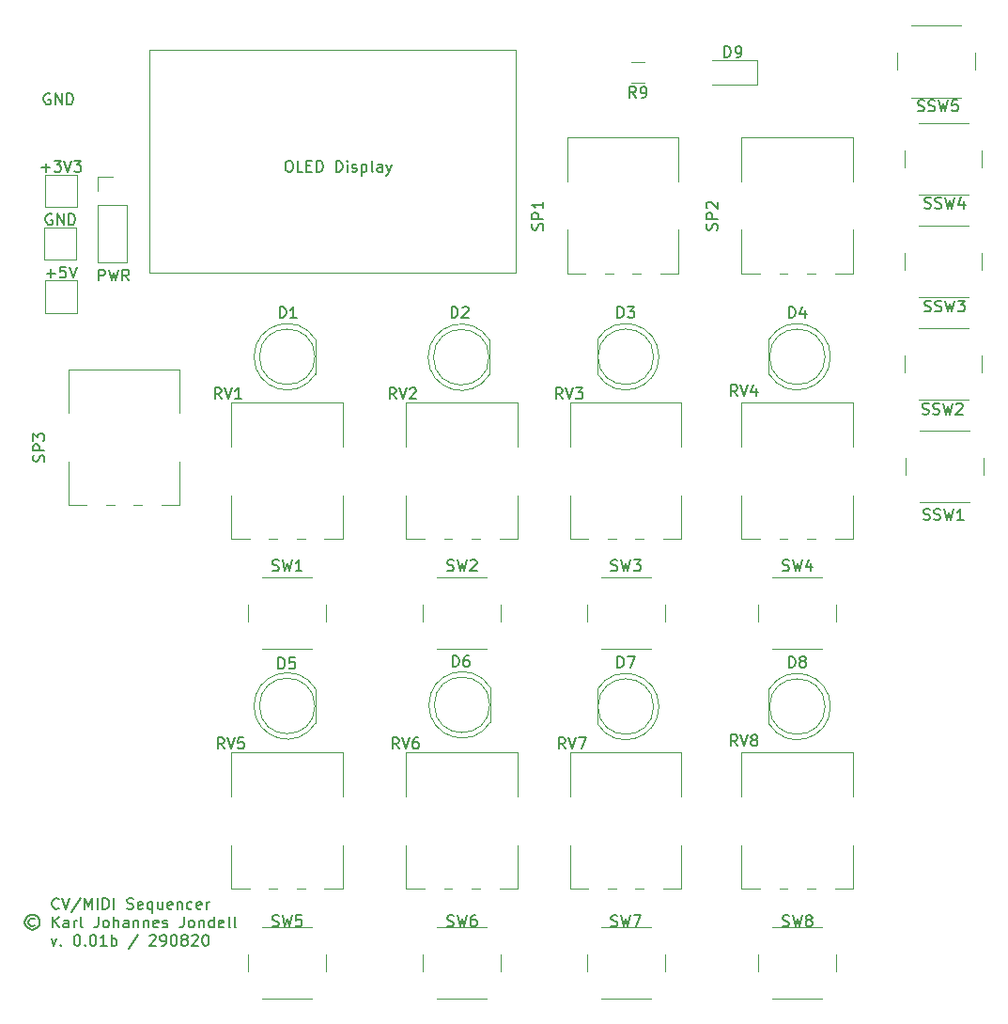
<source format=gbr>
%TF.GenerationSoftware,KiCad,Pcbnew,(5.1.6-0-10_14)*%
%TF.CreationDate,2020-08-30T22:56:52+02:00*%
%TF.ProjectId,sequencer-pcb,73657175-656e-4636-9572-2d7063622e6b,rev?*%
%TF.SameCoordinates,Original*%
%TF.FileFunction,Legend,Top*%
%TF.FilePolarity,Positive*%
%FSLAX46Y46*%
G04 Gerber Fmt 4.6, Leading zero omitted, Abs format (unit mm)*
G04 Created by KiCad (PCBNEW (5.1.6-0-10_14)) date 2020-08-30 22:56:52*
%MOMM*%
%LPD*%
G01*
G04 APERTURE LIST*
%ADD10C,0.150000*%
%ADD11C,0.120000*%
G04 APERTURE END LIST*
D10*
X100771428Y-130307142D02*
X100723809Y-130354761D01*
X100580952Y-130402380D01*
X100485714Y-130402380D01*
X100342857Y-130354761D01*
X100247619Y-130259523D01*
X100200000Y-130164285D01*
X100152380Y-129973809D01*
X100152380Y-129830952D01*
X100200000Y-129640476D01*
X100247619Y-129545238D01*
X100342857Y-129450000D01*
X100485714Y-129402380D01*
X100580952Y-129402380D01*
X100723809Y-129450000D01*
X100771428Y-129497619D01*
X101057142Y-129402380D02*
X101390476Y-130402380D01*
X101723809Y-129402380D01*
X102771428Y-129354761D02*
X101914285Y-130640476D01*
X103104761Y-130402380D02*
X103104761Y-129402380D01*
X103438095Y-130116666D01*
X103771428Y-129402380D01*
X103771428Y-130402380D01*
X104247619Y-130402380D02*
X104247619Y-129402380D01*
X104723809Y-130402380D02*
X104723809Y-129402380D01*
X104961904Y-129402380D01*
X105104761Y-129450000D01*
X105200000Y-129545238D01*
X105247619Y-129640476D01*
X105295238Y-129830952D01*
X105295238Y-129973809D01*
X105247619Y-130164285D01*
X105200000Y-130259523D01*
X105104761Y-130354761D01*
X104961904Y-130402380D01*
X104723809Y-130402380D01*
X105723809Y-130402380D02*
X105723809Y-129402380D01*
X106914285Y-130354761D02*
X107057142Y-130402380D01*
X107295238Y-130402380D01*
X107390476Y-130354761D01*
X107438095Y-130307142D01*
X107485714Y-130211904D01*
X107485714Y-130116666D01*
X107438095Y-130021428D01*
X107390476Y-129973809D01*
X107295238Y-129926190D01*
X107104761Y-129878571D01*
X107009523Y-129830952D01*
X106961904Y-129783333D01*
X106914285Y-129688095D01*
X106914285Y-129592857D01*
X106961904Y-129497619D01*
X107009523Y-129450000D01*
X107104761Y-129402380D01*
X107342857Y-129402380D01*
X107485714Y-129450000D01*
X108295238Y-130354761D02*
X108200000Y-130402380D01*
X108009523Y-130402380D01*
X107914285Y-130354761D01*
X107866666Y-130259523D01*
X107866666Y-129878571D01*
X107914285Y-129783333D01*
X108009523Y-129735714D01*
X108200000Y-129735714D01*
X108295238Y-129783333D01*
X108342857Y-129878571D01*
X108342857Y-129973809D01*
X107866666Y-130069047D01*
X109200000Y-129735714D02*
X109200000Y-130735714D01*
X109200000Y-130354761D02*
X109104761Y-130402380D01*
X108914285Y-130402380D01*
X108819047Y-130354761D01*
X108771428Y-130307142D01*
X108723809Y-130211904D01*
X108723809Y-129926190D01*
X108771428Y-129830952D01*
X108819047Y-129783333D01*
X108914285Y-129735714D01*
X109104761Y-129735714D01*
X109200000Y-129783333D01*
X110104761Y-129735714D02*
X110104761Y-130402380D01*
X109676190Y-129735714D02*
X109676190Y-130259523D01*
X109723809Y-130354761D01*
X109819047Y-130402380D01*
X109961904Y-130402380D01*
X110057142Y-130354761D01*
X110104761Y-130307142D01*
X110961904Y-130354761D02*
X110866666Y-130402380D01*
X110676190Y-130402380D01*
X110580952Y-130354761D01*
X110533333Y-130259523D01*
X110533333Y-129878571D01*
X110580952Y-129783333D01*
X110676190Y-129735714D01*
X110866666Y-129735714D01*
X110961904Y-129783333D01*
X111009523Y-129878571D01*
X111009523Y-129973809D01*
X110533333Y-130069047D01*
X111438095Y-129735714D02*
X111438095Y-130402380D01*
X111438095Y-129830952D02*
X111485714Y-129783333D01*
X111580952Y-129735714D01*
X111723809Y-129735714D01*
X111819047Y-129783333D01*
X111866666Y-129878571D01*
X111866666Y-130402380D01*
X112771428Y-130354761D02*
X112676190Y-130402380D01*
X112485714Y-130402380D01*
X112390476Y-130354761D01*
X112342857Y-130307142D01*
X112295238Y-130211904D01*
X112295238Y-129926190D01*
X112342857Y-129830952D01*
X112390476Y-129783333D01*
X112485714Y-129735714D01*
X112676190Y-129735714D01*
X112771428Y-129783333D01*
X113580952Y-130354761D02*
X113485714Y-130402380D01*
X113295238Y-130402380D01*
X113200000Y-130354761D01*
X113152380Y-130259523D01*
X113152380Y-129878571D01*
X113200000Y-129783333D01*
X113295238Y-129735714D01*
X113485714Y-129735714D01*
X113580952Y-129783333D01*
X113628571Y-129878571D01*
X113628571Y-129973809D01*
X113152380Y-130069047D01*
X114057142Y-130402380D02*
X114057142Y-129735714D01*
X114057142Y-129926190D02*
X114104761Y-129830952D01*
X114152380Y-129783333D01*
X114247619Y-129735714D01*
X114342857Y-129735714D01*
X98557142Y-131290476D02*
X98461904Y-131242857D01*
X98271428Y-131242857D01*
X98176190Y-131290476D01*
X98080952Y-131385714D01*
X98033333Y-131480952D01*
X98033333Y-131671428D01*
X98080952Y-131766666D01*
X98176190Y-131861904D01*
X98271428Y-131909523D01*
X98461904Y-131909523D01*
X98557142Y-131861904D01*
X98366666Y-130909523D02*
X98128571Y-130957142D01*
X97890476Y-131100000D01*
X97747619Y-131338095D01*
X97700000Y-131576190D01*
X97747619Y-131814285D01*
X97890476Y-132052380D01*
X98128571Y-132195238D01*
X98366666Y-132242857D01*
X98604761Y-132195238D01*
X98842857Y-132052380D01*
X98985714Y-131814285D01*
X99033333Y-131576190D01*
X98985714Y-131338095D01*
X98842857Y-131100000D01*
X98604761Y-130957142D01*
X98366666Y-130909523D01*
X100223809Y-132052380D02*
X100223809Y-131052380D01*
X100795238Y-132052380D02*
X100366666Y-131480952D01*
X100795238Y-131052380D02*
X100223809Y-131623809D01*
X101652380Y-132052380D02*
X101652380Y-131528571D01*
X101604761Y-131433333D01*
X101509523Y-131385714D01*
X101319047Y-131385714D01*
X101223809Y-131433333D01*
X101652380Y-132004761D02*
X101557142Y-132052380D01*
X101319047Y-132052380D01*
X101223809Y-132004761D01*
X101176190Y-131909523D01*
X101176190Y-131814285D01*
X101223809Y-131719047D01*
X101319047Y-131671428D01*
X101557142Y-131671428D01*
X101652380Y-131623809D01*
X102128571Y-132052380D02*
X102128571Y-131385714D01*
X102128571Y-131576190D02*
X102176190Y-131480952D01*
X102223809Y-131433333D01*
X102319047Y-131385714D01*
X102414285Y-131385714D01*
X102890476Y-132052380D02*
X102795238Y-132004761D01*
X102747619Y-131909523D01*
X102747619Y-131052380D01*
X104319047Y-131052380D02*
X104319047Y-131766666D01*
X104271428Y-131909523D01*
X104176190Y-132004761D01*
X104033333Y-132052380D01*
X103938095Y-132052380D01*
X104938095Y-132052380D02*
X104842857Y-132004761D01*
X104795238Y-131957142D01*
X104747619Y-131861904D01*
X104747619Y-131576190D01*
X104795238Y-131480952D01*
X104842857Y-131433333D01*
X104938095Y-131385714D01*
X105080952Y-131385714D01*
X105176190Y-131433333D01*
X105223809Y-131480952D01*
X105271428Y-131576190D01*
X105271428Y-131861904D01*
X105223809Y-131957142D01*
X105176190Y-132004761D01*
X105080952Y-132052380D01*
X104938095Y-132052380D01*
X105700000Y-132052380D02*
X105700000Y-131052380D01*
X106128571Y-132052380D02*
X106128571Y-131528571D01*
X106080952Y-131433333D01*
X105985714Y-131385714D01*
X105842857Y-131385714D01*
X105747619Y-131433333D01*
X105700000Y-131480952D01*
X107033333Y-132052380D02*
X107033333Y-131528571D01*
X106985714Y-131433333D01*
X106890476Y-131385714D01*
X106700000Y-131385714D01*
X106604761Y-131433333D01*
X107033333Y-132004761D02*
X106938095Y-132052380D01*
X106700000Y-132052380D01*
X106604761Y-132004761D01*
X106557142Y-131909523D01*
X106557142Y-131814285D01*
X106604761Y-131719047D01*
X106700000Y-131671428D01*
X106938095Y-131671428D01*
X107033333Y-131623809D01*
X107509523Y-131385714D02*
X107509523Y-132052380D01*
X107509523Y-131480952D02*
X107557142Y-131433333D01*
X107652380Y-131385714D01*
X107795238Y-131385714D01*
X107890476Y-131433333D01*
X107938095Y-131528571D01*
X107938095Y-132052380D01*
X108414285Y-131385714D02*
X108414285Y-132052380D01*
X108414285Y-131480952D02*
X108461904Y-131433333D01*
X108557142Y-131385714D01*
X108700000Y-131385714D01*
X108795238Y-131433333D01*
X108842857Y-131528571D01*
X108842857Y-132052380D01*
X109700000Y-132004761D02*
X109604761Y-132052380D01*
X109414285Y-132052380D01*
X109319047Y-132004761D01*
X109271428Y-131909523D01*
X109271428Y-131528571D01*
X109319047Y-131433333D01*
X109414285Y-131385714D01*
X109604761Y-131385714D01*
X109700000Y-131433333D01*
X109747619Y-131528571D01*
X109747619Y-131623809D01*
X109271428Y-131719047D01*
X110128571Y-132004761D02*
X110223809Y-132052380D01*
X110414285Y-132052380D01*
X110509523Y-132004761D01*
X110557142Y-131909523D01*
X110557142Y-131861904D01*
X110509523Y-131766666D01*
X110414285Y-131719047D01*
X110271428Y-131719047D01*
X110176190Y-131671428D01*
X110128571Y-131576190D01*
X110128571Y-131528571D01*
X110176190Y-131433333D01*
X110271428Y-131385714D01*
X110414285Y-131385714D01*
X110509523Y-131433333D01*
X112033333Y-131052380D02*
X112033333Y-131766666D01*
X111985714Y-131909523D01*
X111890476Y-132004761D01*
X111747619Y-132052380D01*
X111652380Y-132052380D01*
X112652380Y-132052380D02*
X112557142Y-132004761D01*
X112509523Y-131957142D01*
X112461904Y-131861904D01*
X112461904Y-131576190D01*
X112509523Y-131480952D01*
X112557142Y-131433333D01*
X112652380Y-131385714D01*
X112795238Y-131385714D01*
X112890476Y-131433333D01*
X112938095Y-131480952D01*
X112985714Y-131576190D01*
X112985714Y-131861904D01*
X112938095Y-131957142D01*
X112890476Y-132004761D01*
X112795238Y-132052380D01*
X112652380Y-132052380D01*
X113414285Y-131385714D02*
X113414285Y-132052380D01*
X113414285Y-131480952D02*
X113461904Y-131433333D01*
X113557142Y-131385714D01*
X113700000Y-131385714D01*
X113795238Y-131433333D01*
X113842857Y-131528571D01*
X113842857Y-132052380D01*
X114747619Y-132052380D02*
X114747619Y-131052380D01*
X114747619Y-132004761D02*
X114652380Y-132052380D01*
X114461904Y-132052380D01*
X114366666Y-132004761D01*
X114319047Y-131957142D01*
X114271428Y-131861904D01*
X114271428Y-131576190D01*
X114319047Y-131480952D01*
X114366666Y-131433333D01*
X114461904Y-131385714D01*
X114652380Y-131385714D01*
X114747619Y-131433333D01*
X115604761Y-132004761D02*
X115509523Y-132052380D01*
X115319047Y-132052380D01*
X115223809Y-132004761D01*
X115176190Y-131909523D01*
X115176190Y-131528571D01*
X115223809Y-131433333D01*
X115319047Y-131385714D01*
X115509523Y-131385714D01*
X115604761Y-131433333D01*
X115652380Y-131528571D01*
X115652380Y-131623809D01*
X115176190Y-131719047D01*
X116223809Y-132052380D02*
X116128571Y-132004761D01*
X116080952Y-131909523D01*
X116080952Y-131052380D01*
X116747619Y-132052380D02*
X116652380Y-132004761D01*
X116604761Y-131909523D01*
X116604761Y-131052380D01*
X100080952Y-133035714D02*
X100319047Y-133702380D01*
X100557142Y-133035714D01*
X100938095Y-133607142D02*
X100985714Y-133654761D01*
X100938095Y-133702380D01*
X100890476Y-133654761D01*
X100938095Y-133607142D01*
X100938095Y-133702380D01*
X102366666Y-132702380D02*
X102461904Y-132702380D01*
X102557142Y-132750000D01*
X102604761Y-132797619D01*
X102652380Y-132892857D01*
X102700000Y-133083333D01*
X102700000Y-133321428D01*
X102652380Y-133511904D01*
X102604761Y-133607142D01*
X102557142Y-133654761D01*
X102461904Y-133702380D01*
X102366666Y-133702380D01*
X102271428Y-133654761D01*
X102223809Y-133607142D01*
X102176190Y-133511904D01*
X102128571Y-133321428D01*
X102128571Y-133083333D01*
X102176190Y-132892857D01*
X102223809Y-132797619D01*
X102271428Y-132750000D01*
X102366666Y-132702380D01*
X103128571Y-133607142D02*
X103176190Y-133654761D01*
X103128571Y-133702380D01*
X103080952Y-133654761D01*
X103128571Y-133607142D01*
X103128571Y-133702380D01*
X103795238Y-132702380D02*
X103890476Y-132702380D01*
X103985714Y-132750000D01*
X104033333Y-132797619D01*
X104080952Y-132892857D01*
X104128571Y-133083333D01*
X104128571Y-133321428D01*
X104080952Y-133511904D01*
X104033333Y-133607142D01*
X103985714Y-133654761D01*
X103890476Y-133702380D01*
X103795238Y-133702380D01*
X103700000Y-133654761D01*
X103652380Y-133607142D01*
X103604761Y-133511904D01*
X103557142Y-133321428D01*
X103557142Y-133083333D01*
X103604761Y-132892857D01*
X103652380Y-132797619D01*
X103700000Y-132750000D01*
X103795238Y-132702380D01*
X105080952Y-133702380D02*
X104509523Y-133702380D01*
X104795238Y-133702380D02*
X104795238Y-132702380D01*
X104700000Y-132845238D01*
X104604761Y-132940476D01*
X104509523Y-132988095D01*
X105509523Y-133702380D02*
X105509523Y-132702380D01*
X105509523Y-133083333D02*
X105604761Y-133035714D01*
X105795238Y-133035714D01*
X105890476Y-133083333D01*
X105938095Y-133130952D01*
X105985714Y-133226190D01*
X105985714Y-133511904D01*
X105938095Y-133607142D01*
X105890476Y-133654761D01*
X105795238Y-133702380D01*
X105604761Y-133702380D01*
X105509523Y-133654761D01*
X107890476Y-132654761D02*
X107033333Y-133940476D01*
X108938095Y-132797619D02*
X108985714Y-132750000D01*
X109080952Y-132702380D01*
X109319047Y-132702380D01*
X109414285Y-132750000D01*
X109461904Y-132797619D01*
X109509523Y-132892857D01*
X109509523Y-132988095D01*
X109461904Y-133130952D01*
X108890476Y-133702380D01*
X109509523Y-133702380D01*
X109985714Y-133702380D02*
X110176190Y-133702380D01*
X110271428Y-133654761D01*
X110319047Y-133607142D01*
X110414285Y-133464285D01*
X110461904Y-133273809D01*
X110461904Y-132892857D01*
X110414285Y-132797619D01*
X110366666Y-132750000D01*
X110271428Y-132702380D01*
X110080952Y-132702380D01*
X109985714Y-132750000D01*
X109938095Y-132797619D01*
X109890476Y-132892857D01*
X109890476Y-133130952D01*
X109938095Y-133226190D01*
X109985714Y-133273809D01*
X110080952Y-133321428D01*
X110271428Y-133321428D01*
X110366666Y-133273809D01*
X110414285Y-133226190D01*
X110461904Y-133130952D01*
X111080952Y-132702380D02*
X111176190Y-132702380D01*
X111271428Y-132750000D01*
X111319047Y-132797619D01*
X111366666Y-132892857D01*
X111414285Y-133083333D01*
X111414285Y-133321428D01*
X111366666Y-133511904D01*
X111319047Y-133607142D01*
X111271428Y-133654761D01*
X111176190Y-133702380D01*
X111080952Y-133702380D01*
X110985714Y-133654761D01*
X110938095Y-133607142D01*
X110890476Y-133511904D01*
X110842857Y-133321428D01*
X110842857Y-133083333D01*
X110890476Y-132892857D01*
X110938095Y-132797619D01*
X110985714Y-132750000D01*
X111080952Y-132702380D01*
X111985714Y-133130952D02*
X111890476Y-133083333D01*
X111842857Y-133035714D01*
X111795238Y-132940476D01*
X111795238Y-132892857D01*
X111842857Y-132797619D01*
X111890476Y-132750000D01*
X111985714Y-132702380D01*
X112176190Y-132702380D01*
X112271428Y-132750000D01*
X112319047Y-132797619D01*
X112366666Y-132892857D01*
X112366666Y-132940476D01*
X112319047Y-133035714D01*
X112271428Y-133083333D01*
X112176190Y-133130952D01*
X111985714Y-133130952D01*
X111890476Y-133178571D01*
X111842857Y-133226190D01*
X111795238Y-133321428D01*
X111795238Y-133511904D01*
X111842857Y-133607142D01*
X111890476Y-133654761D01*
X111985714Y-133702380D01*
X112176190Y-133702380D01*
X112271428Y-133654761D01*
X112319047Y-133607142D01*
X112366666Y-133511904D01*
X112366666Y-133321428D01*
X112319047Y-133226190D01*
X112271428Y-133178571D01*
X112176190Y-133130952D01*
X112747619Y-132797619D02*
X112795238Y-132750000D01*
X112890476Y-132702380D01*
X113128571Y-132702380D01*
X113223809Y-132750000D01*
X113271428Y-132797619D01*
X113319047Y-132892857D01*
X113319047Y-132988095D01*
X113271428Y-133130952D01*
X112700000Y-133702380D01*
X113319047Y-133702380D01*
X113938095Y-132702380D02*
X114033333Y-132702380D01*
X114128571Y-132750000D01*
X114176190Y-132797619D01*
X114223809Y-132892857D01*
X114271428Y-133083333D01*
X114271428Y-133321428D01*
X114223809Y-133511904D01*
X114176190Y-133607142D01*
X114128571Y-133654761D01*
X114033333Y-133702380D01*
X113938095Y-133702380D01*
X113842857Y-133654761D01*
X113795238Y-133607142D01*
X113747619Y-133511904D01*
X113700000Y-133321428D01*
X113700000Y-133083333D01*
X113747619Y-132892857D01*
X113795238Y-132797619D01*
X113842857Y-132750000D01*
X113938095Y-132702380D01*
D11*
%TO.C,R9*%
X153552064Y-55960000D02*
X152347936Y-55960000D01*
X153552064Y-54140000D02*
X152347936Y-54140000D01*
%TO.C,SP3*%
X101629000Y-94020000D02*
X101629000Y-90083000D01*
X101629000Y-85716000D02*
X101629000Y-81780000D01*
X111670000Y-94020000D02*
X111670000Y-90083000D01*
X111670000Y-85716000D02*
X111670000Y-81780000D01*
X101629000Y-94020000D02*
X103279000Y-94020000D01*
X105021000Y-94020000D02*
X105780000Y-94020000D01*
X107521000Y-94020000D02*
X108280000Y-94020000D01*
X110020000Y-94020000D02*
X111670000Y-94020000D01*
X101629000Y-81780000D02*
X111670000Y-81780000D01*
%TO.C,SP2*%
X162302000Y-73146000D02*
X162302000Y-69209000D01*
X162302000Y-64842000D02*
X162302000Y-60906000D01*
X172343000Y-73146000D02*
X172343000Y-69209000D01*
X172343000Y-64842000D02*
X172343000Y-60906000D01*
X162302000Y-73146000D02*
X163952000Y-73146000D01*
X165694000Y-73146000D02*
X166453000Y-73146000D01*
X168194000Y-73146000D02*
X168953000Y-73146000D01*
X170693000Y-73146000D02*
X172343000Y-73146000D01*
X162302000Y-60906000D02*
X172343000Y-60906000D01*
%TO.C,SP1*%
X146589000Y-73146000D02*
X146589000Y-69209000D01*
X146589000Y-64842000D02*
X146589000Y-60906000D01*
X156630000Y-73146000D02*
X156630000Y-69209000D01*
X156630000Y-64842000D02*
X156630000Y-60906000D01*
X146589000Y-73146000D02*
X148239000Y-73146000D01*
X149981000Y-73146000D02*
X150740000Y-73146000D01*
X152481000Y-73146000D02*
X153240000Y-73146000D01*
X154980000Y-73146000D02*
X156630000Y-73146000D01*
X146589000Y-60906000D02*
X156630000Y-60906000D01*
%TO.C,RV8*%
X162302000Y-128546000D02*
X162302000Y-124609000D01*
X162302000Y-120242000D02*
X162302000Y-116306000D01*
X172343000Y-128546000D02*
X172343000Y-124609000D01*
X172343000Y-120242000D02*
X172343000Y-116306000D01*
X162302000Y-128546000D02*
X163952000Y-128546000D01*
X165694000Y-128546000D02*
X166453000Y-128546000D01*
X168194000Y-128546000D02*
X168953000Y-128546000D01*
X170693000Y-128546000D02*
X172343000Y-128546000D01*
X162302000Y-116306000D02*
X172343000Y-116306000D01*
%TO.C,RV7*%
X146843000Y-128546000D02*
X146843000Y-124609000D01*
X146843000Y-120242000D02*
X146843000Y-116306000D01*
X156884000Y-128546000D02*
X156884000Y-124609000D01*
X156884000Y-120242000D02*
X156884000Y-116306000D01*
X146843000Y-128546000D02*
X148493000Y-128546000D01*
X150235000Y-128546000D02*
X150994000Y-128546000D01*
X152735000Y-128546000D02*
X153494000Y-128546000D01*
X155234000Y-128546000D02*
X156884000Y-128546000D01*
X146843000Y-116306000D02*
X156884000Y-116306000D01*
%TO.C,RV6*%
X132076000Y-128546000D02*
X132076000Y-124609000D01*
X132076000Y-120242000D02*
X132076000Y-116306000D01*
X142117000Y-128546000D02*
X142117000Y-124609000D01*
X142117000Y-120242000D02*
X142117000Y-116306000D01*
X132076000Y-128546000D02*
X133726000Y-128546000D01*
X135468000Y-128546000D02*
X136227000Y-128546000D01*
X137968000Y-128546000D02*
X138727000Y-128546000D01*
X140467000Y-128546000D02*
X142117000Y-128546000D01*
X132076000Y-116306000D02*
X142117000Y-116306000D01*
%TO.C,RV5*%
X116317000Y-128546000D02*
X116317000Y-124609000D01*
X116317000Y-120242000D02*
X116317000Y-116306000D01*
X126358000Y-128546000D02*
X126358000Y-124609000D01*
X126358000Y-120242000D02*
X126358000Y-116306000D01*
X116317000Y-128546000D02*
X117967000Y-128546000D01*
X119709000Y-128546000D02*
X120468000Y-128546000D01*
X122209000Y-128546000D02*
X122968000Y-128546000D01*
X124708000Y-128546000D02*
X126358000Y-128546000D01*
X116317000Y-116306000D02*
X126358000Y-116306000D01*
%TO.C,RV4*%
X162302000Y-97050000D02*
X162302000Y-93113000D01*
X162302000Y-88746000D02*
X162302000Y-84810000D01*
X172343000Y-97050000D02*
X172343000Y-93113000D01*
X172343000Y-88746000D02*
X172343000Y-84810000D01*
X162302000Y-97050000D02*
X163952000Y-97050000D01*
X165694000Y-97050000D02*
X166453000Y-97050000D01*
X168194000Y-97050000D02*
X168953000Y-97050000D01*
X170693000Y-97050000D02*
X172343000Y-97050000D01*
X162302000Y-84810000D02*
X172343000Y-84810000D01*
%TO.C,RV3*%
X146843000Y-97050000D02*
X146843000Y-93113000D01*
X146843000Y-88746000D02*
X146843000Y-84810000D01*
X156884000Y-97050000D02*
X156884000Y-93113000D01*
X156884000Y-88746000D02*
X156884000Y-84810000D01*
X146843000Y-97050000D02*
X148493000Y-97050000D01*
X150235000Y-97050000D02*
X150994000Y-97050000D01*
X152735000Y-97050000D02*
X153494000Y-97050000D01*
X155234000Y-97050000D02*
X156884000Y-97050000D01*
X146843000Y-84810000D02*
X156884000Y-84810000D01*
%TO.C,RV2*%
X132076000Y-97050000D02*
X132076000Y-93113000D01*
X132076000Y-88746000D02*
X132076000Y-84810000D01*
X142117000Y-97050000D02*
X142117000Y-93113000D01*
X142117000Y-88746000D02*
X142117000Y-84810000D01*
X132076000Y-97050000D02*
X133726000Y-97050000D01*
X135468000Y-97050000D02*
X136227000Y-97050000D01*
X137968000Y-97050000D02*
X138727000Y-97050000D01*
X140467000Y-97050000D02*
X142117000Y-97050000D01*
X132076000Y-84810000D02*
X142117000Y-84810000D01*
%TO.C,RV1*%
X116317000Y-97050000D02*
X116317000Y-93113000D01*
X116317000Y-88746000D02*
X116317000Y-84810000D01*
X126358000Y-97050000D02*
X126358000Y-93113000D01*
X126358000Y-88746000D02*
X126358000Y-84810000D01*
X116317000Y-97050000D02*
X117967000Y-97050000D01*
X119709000Y-97050000D02*
X120468000Y-97050000D01*
X122209000Y-97050000D02*
X122968000Y-97050000D01*
X124708000Y-97050000D02*
X126358000Y-97050000D01*
X116317000Y-84810000D02*
X126358000Y-84810000D01*
%TO.C,D9*%
X159650000Y-56185000D02*
X163710000Y-56185000D01*
X163710000Y-56185000D02*
X163710000Y-53915000D01*
X163710000Y-53915000D02*
X159650000Y-53915000D01*
%TO.C,+5V*%
X99500000Y-73800000D02*
X102400000Y-73800000D01*
X102400000Y-73800000D02*
X102400000Y-76700000D01*
X102400000Y-76700000D02*
X99500000Y-76700000D01*
X99500000Y-76700000D02*
X99500000Y-73800000D01*
%TO.C,GND*%
X99450000Y-69025000D02*
X102350000Y-69025000D01*
X102350000Y-69025000D02*
X102350000Y-71925000D01*
X102350000Y-71925000D02*
X99450000Y-71925000D01*
X99450000Y-71925000D02*
X99450000Y-69025000D01*
%TO.C,+3V3*%
X99500000Y-64250000D02*
X102400000Y-64250000D01*
X102400000Y-64250000D02*
X102400000Y-67150000D01*
X102400000Y-67150000D02*
X99500000Y-67150000D01*
X99500000Y-67150000D02*
X99500000Y-64250000D01*
%TO.C,PWR*%
X104270000Y-72160000D02*
X106930000Y-72160000D01*
X104270000Y-67020000D02*
X104270000Y-72160000D01*
X106930000Y-67020000D02*
X106930000Y-72160000D01*
X104270000Y-67020000D02*
X106930000Y-67020000D01*
X104270000Y-65750000D02*
X104270000Y-64420000D01*
X104270000Y-64420000D02*
X105600000Y-64420000D01*
%TO.C,OLED Display*%
X108950000Y-53050000D02*
X141950000Y-53050000D01*
X141950000Y-53050000D02*
X141950000Y-73050000D01*
X141950000Y-73050000D02*
X108950000Y-73050000D01*
X108950000Y-73050000D02*
X108950000Y-53050000D01*
%TO.C,SSW5*%
X176323000Y-53300000D02*
X176323000Y-54800000D01*
X177573000Y-57300000D02*
X182073000Y-57300000D01*
X183323000Y-54800000D02*
X183323000Y-53300000D01*
X182073000Y-50800000D02*
X177573000Y-50800000D01*
%TO.C,SSW1*%
X178328000Y-93778000D02*
X182828000Y-93778000D01*
X177078000Y-89778000D02*
X177078000Y-91278000D01*
X182828000Y-87278000D02*
X178328000Y-87278000D01*
X184078000Y-91278000D02*
X184078000Y-89778000D01*
%TO.C,SSW3*%
X178224000Y-75320666D02*
X182724000Y-75320666D01*
X176974000Y-71320666D02*
X176974000Y-72820666D01*
X182724000Y-68820666D02*
X178224000Y-68820666D01*
X183974000Y-72820666D02*
X183974000Y-71320666D01*
%TO.C,SSW2*%
X178224000Y-84549332D02*
X182724000Y-84549332D01*
X176974000Y-80549332D02*
X176974000Y-82049332D01*
X182724000Y-78049332D02*
X178224000Y-78049332D01*
X183974000Y-82049332D02*
X183974000Y-80549332D01*
%TO.C,SSW4*%
X178224000Y-66092000D02*
X182724000Y-66092000D01*
X176974000Y-62092000D02*
X176974000Y-63592000D01*
X182724000Y-59592000D02*
X178224000Y-59592000D01*
X183974000Y-63592000D02*
X183974000Y-62092000D01*
%TO.C,SW8*%
X170823000Y-135982000D02*
X170823000Y-134482000D01*
X169573000Y-131982000D02*
X165073000Y-131982000D01*
X163823000Y-134482000D02*
X163823000Y-135982000D01*
X165073000Y-138482000D02*
X169573000Y-138482000D01*
%TO.C,SW7*%
X149614000Y-138482000D02*
X154114000Y-138482000D01*
X148364000Y-134482000D02*
X148364000Y-135982000D01*
X154114000Y-131982000D02*
X149614000Y-131982000D01*
X155364000Y-135982000D02*
X155364000Y-134482000D01*
%TO.C,SW6*%
X134847000Y-138482000D02*
X139347000Y-138482000D01*
X133597000Y-134482000D02*
X133597000Y-135982000D01*
X139347000Y-131982000D02*
X134847000Y-131982000D01*
X140597000Y-135982000D02*
X140597000Y-134482000D01*
%TO.C,SW5*%
X119088000Y-138482000D02*
X123588000Y-138482000D01*
X117838000Y-134482000D02*
X117838000Y-135982000D01*
X123588000Y-131982000D02*
X119088000Y-131982000D01*
X124838000Y-135982000D02*
X124838000Y-134482000D01*
%TO.C,SW4*%
X170823000Y-104486000D02*
X170823000Y-102986000D01*
X169573000Y-100486000D02*
X165073000Y-100486000D01*
X163823000Y-102986000D02*
X163823000Y-104486000D01*
X165073000Y-106986000D02*
X169573000Y-106986000D01*
%TO.C,SW3*%
X149614000Y-106986000D02*
X154114000Y-106986000D01*
X148364000Y-102986000D02*
X148364000Y-104486000D01*
X154114000Y-100486000D02*
X149614000Y-100486000D01*
X155364000Y-104486000D02*
X155364000Y-102986000D01*
%TO.C,SW2*%
X134847000Y-106986000D02*
X139347000Y-106986000D01*
X133597000Y-102986000D02*
X133597000Y-104486000D01*
X139347000Y-100486000D02*
X134847000Y-100486000D01*
X140597000Y-104486000D02*
X140597000Y-102986000D01*
%TO.C,SW1*%
X119088000Y-106986000D02*
X123588000Y-106986000D01*
X117838000Y-102986000D02*
X117838000Y-104486000D01*
X123588000Y-100486000D02*
X119088000Y-100486000D01*
X124838000Y-104486000D02*
X124838000Y-102986000D01*
%TO.C,D8*%
X164758000Y-110609000D02*
X164758000Y-113699000D01*
X169818000Y-112154000D02*
G75*
G03*
X169818000Y-112154000I-2500000J0D01*
G01*
X170308000Y-112153538D02*
G75*
G02*
X164758000Y-113698830I-2990000J-462D01*
G01*
X170308000Y-112154462D02*
G75*
G03*
X164758000Y-110609170I-2990000J462D01*
G01*
%TO.C,D7*%
X154359000Y-112154000D02*
G75*
G03*
X154359000Y-112154000I-2500000J0D01*
G01*
X149299000Y-110609000D02*
X149299000Y-113699000D01*
X154849000Y-112154462D02*
G75*
G03*
X149299000Y-110609170I-2990000J462D01*
G01*
X154849000Y-112153538D02*
G75*
G02*
X149299000Y-113698830I-2990000J-462D01*
G01*
%TO.C,D6*%
X139602000Y-112000000D02*
G75*
G03*
X139602000Y-112000000I-2500000J0D01*
G01*
X139662000Y-113545000D02*
X139662000Y-110455000D01*
X134112000Y-111999538D02*
G75*
G03*
X139662000Y-113544830I2990000J-462D01*
G01*
X134112000Y-112000462D02*
G75*
G02*
X139662000Y-110455170I2990000J462D01*
G01*
%TO.C,D5*%
X123843000Y-112100000D02*
G75*
G03*
X123843000Y-112100000I-2500000J0D01*
G01*
X123903000Y-113645000D02*
X123903000Y-110555000D01*
X118353000Y-112099538D02*
G75*
G03*
X123903000Y-113644830I2990000J-462D01*
G01*
X118353000Y-112100462D02*
G75*
G02*
X123903000Y-110555170I2990000J462D01*
G01*
%TO.C,D4*%
X164758000Y-79113000D02*
X164758000Y-82203000D01*
X169818000Y-80658000D02*
G75*
G03*
X169818000Y-80658000I-2500000J0D01*
G01*
X170308000Y-80657538D02*
G75*
G02*
X164758000Y-82202830I-2990000J-462D01*
G01*
X170308000Y-80658462D02*
G75*
G03*
X164758000Y-79113170I-2990000J462D01*
G01*
%TO.C,D3*%
X154359000Y-80658000D02*
G75*
G03*
X154359000Y-80658000I-2500000J0D01*
G01*
X149299000Y-79113000D02*
X149299000Y-82203000D01*
X154849000Y-80658462D02*
G75*
G03*
X149299000Y-79113170I-2990000J462D01*
G01*
X154849000Y-80657538D02*
G75*
G02*
X149299000Y-82202830I-2990000J-462D01*
G01*
%TO.C,D2*%
X139530000Y-80700000D02*
G75*
G03*
X139530000Y-80700000I-2500000J0D01*
G01*
X139590000Y-82245000D02*
X139590000Y-79155000D01*
X134040000Y-80699538D02*
G75*
G03*
X139590000Y-82244830I2990000J-462D01*
G01*
X134040000Y-80700462D02*
G75*
G02*
X139590000Y-79155170I2990000J462D01*
G01*
%TO.C,D1*%
X123843000Y-80658000D02*
G75*
G03*
X123843000Y-80658000I-2500000J0D01*
G01*
X123903000Y-82203000D02*
X123903000Y-79113000D01*
X118353000Y-80657538D02*
G75*
G03*
X123903000Y-82202830I2990000J-462D01*
G01*
X118353000Y-80658462D02*
G75*
G02*
X123903000Y-79113170I2990000J462D01*
G01*
%TO.C,R9*%
D10*
X152783333Y-57322380D02*
X152450000Y-56846190D01*
X152211904Y-57322380D02*
X152211904Y-56322380D01*
X152592857Y-56322380D01*
X152688095Y-56370000D01*
X152735714Y-56417619D01*
X152783333Y-56512857D01*
X152783333Y-56655714D01*
X152735714Y-56750952D01*
X152688095Y-56798571D01*
X152592857Y-56846190D01*
X152211904Y-56846190D01*
X153259523Y-57322380D02*
X153450000Y-57322380D01*
X153545238Y-57274761D01*
X153592857Y-57227142D01*
X153688095Y-57084285D01*
X153735714Y-56893809D01*
X153735714Y-56512857D01*
X153688095Y-56417619D01*
X153640476Y-56370000D01*
X153545238Y-56322380D01*
X153354761Y-56322380D01*
X153259523Y-56370000D01*
X153211904Y-56417619D01*
X153164285Y-56512857D01*
X153164285Y-56750952D01*
X153211904Y-56846190D01*
X153259523Y-56893809D01*
X153354761Y-56941428D01*
X153545238Y-56941428D01*
X153640476Y-56893809D01*
X153688095Y-56846190D01*
X153735714Y-56750952D01*
%TO.C,SP3*%
X99404761Y-90111904D02*
X99452380Y-89969047D01*
X99452380Y-89730952D01*
X99404761Y-89635714D01*
X99357142Y-89588095D01*
X99261904Y-89540476D01*
X99166666Y-89540476D01*
X99071428Y-89588095D01*
X99023809Y-89635714D01*
X98976190Y-89730952D01*
X98928571Y-89921428D01*
X98880952Y-90016666D01*
X98833333Y-90064285D01*
X98738095Y-90111904D01*
X98642857Y-90111904D01*
X98547619Y-90064285D01*
X98500000Y-90016666D01*
X98452380Y-89921428D01*
X98452380Y-89683333D01*
X98500000Y-89540476D01*
X99452380Y-89111904D02*
X98452380Y-89111904D01*
X98452380Y-88730952D01*
X98500000Y-88635714D01*
X98547619Y-88588095D01*
X98642857Y-88540476D01*
X98785714Y-88540476D01*
X98880952Y-88588095D01*
X98928571Y-88635714D01*
X98976190Y-88730952D01*
X98976190Y-89111904D01*
X98452380Y-88207142D02*
X98452380Y-87588095D01*
X98833333Y-87921428D01*
X98833333Y-87778571D01*
X98880952Y-87683333D01*
X98928571Y-87635714D01*
X99023809Y-87588095D01*
X99261904Y-87588095D01*
X99357142Y-87635714D01*
X99404761Y-87683333D01*
X99452380Y-87778571D01*
X99452380Y-88064285D01*
X99404761Y-88159523D01*
X99357142Y-88207142D01*
%TO.C,SP2*%
X160077761Y-69237904D02*
X160125380Y-69095047D01*
X160125380Y-68856952D01*
X160077761Y-68761714D01*
X160030142Y-68714095D01*
X159934904Y-68666476D01*
X159839666Y-68666476D01*
X159744428Y-68714095D01*
X159696809Y-68761714D01*
X159649190Y-68856952D01*
X159601571Y-69047428D01*
X159553952Y-69142666D01*
X159506333Y-69190285D01*
X159411095Y-69237904D01*
X159315857Y-69237904D01*
X159220619Y-69190285D01*
X159173000Y-69142666D01*
X159125380Y-69047428D01*
X159125380Y-68809333D01*
X159173000Y-68666476D01*
X160125380Y-68237904D02*
X159125380Y-68237904D01*
X159125380Y-67856952D01*
X159173000Y-67761714D01*
X159220619Y-67714095D01*
X159315857Y-67666476D01*
X159458714Y-67666476D01*
X159553952Y-67714095D01*
X159601571Y-67761714D01*
X159649190Y-67856952D01*
X159649190Y-68237904D01*
X159220619Y-67285523D02*
X159173000Y-67237904D01*
X159125380Y-67142666D01*
X159125380Y-66904571D01*
X159173000Y-66809333D01*
X159220619Y-66761714D01*
X159315857Y-66714095D01*
X159411095Y-66714095D01*
X159553952Y-66761714D01*
X160125380Y-67333142D01*
X160125380Y-66714095D01*
%TO.C,SP1*%
X144364761Y-69237904D02*
X144412380Y-69095047D01*
X144412380Y-68856952D01*
X144364761Y-68761714D01*
X144317142Y-68714095D01*
X144221904Y-68666476D01*
X144126666Y-68666476D01*
X144031428Y-68714095D01*
X143983809Y-68761714D01*
X143936190Y-68856952D01*
X143888571Y-69047428D01*
X143840952Y-69142666D01*
X143793333Y-69190285D01*
X143698095Y-69237904D01*
X143602857Y-69237904D01*
X143507619Y-69190285D01*
X143460000Y-69142666D01*
X143412380Y-69047428D01*
X143412380Y-68809333D01*
X143460000Y-68666476D01*
X144412380Y-68237904D02*
X143412380Y-68237904D01*
X143412380Y-67856952D01*
X143460000Y-67761714D01*
X143507619Y-67714095D01*
X143602857Y-67666476D01*
X143745714Y-67666476D01*
X143840952Y-67714095D01*
X143888571Y-67761714D01*
X143936190Y-67856952D01*
X143936190Y-68237904D01*
X144412380Y-66714095D02*
X144412380Y-67285523D01*
X144412380Y-66999809D02*
X143412380Y-66999809D01*
X143555238Y-67095047D01*
X143650476Y-67190285D01*
X143698095Y-67285523D01*
%TO.C,RV8*%
X161904761Y-115702380D02*
X161571428Y-115226190D01*
X161333333Y-115702380D02*
X161333333Y-114702380D01*
X161714285Y-114702380D01*
X161809523Y-114750000D01*
X161857142Y-114797619D01*
X161904761Y-114892857D01*
X161904761Y-115035714D01*
X161857142Y-115130952D01*
X161809523Y-115178571D01*
X161714285Y-115226190D01*
X161333333Y-115226190D01*
X162190476Y-114702380D02*
X162523809Y-115702380D01*
X162857142Y-114702380D01*
X163333333Y-115130952D02*
X163238095Y-115083333D01*
X163190476Y-115035714D01*
X163142857Y-114940476D01*
X163142857Y-114892857D01*
X163190476Y-114797619D01*
X163238095Y-114750000D01*
X163333333Y-114702380D01*
X163523809Y-114702380D01*
X163619047Y-114750000D01*
X163666666Y-114797619D01*
X163714285Y-114892857D01*
X163714285Y-114940476D01*
X163666666Y-115035714D01*
X163619047Y-115083333D01*
X163523809Y-115130952D01*
X163333333Y-115130952D01*
X163238095Y-115178571D01*
X163190476Y-115226190D01*
X163142857Y-115321428D01*
X163142857Y-115511904D01*
X163190476Y-115607142D01*
X163238095Y-115654761D01*
X163333333Y-115702380D01*
X163523809Y-115702380D01*
X163619047Y-115654761D01*
X163666666Y-115607142D01*
X163714285Y-115511904D01*
X163714285Y-115321428D01*
X163666666Y-115226190D01*
X163619047Y-115178571D01*
X163523809Y-115130952D01*
%TO.C,RV7*%
X146404761Y-115952380D02*
X146071428Y-115476190D01*
X145833333Y-115952380D02*
X145833333Y-114952380D01*
X146214285Y-114952380D01*
X146309523Y-115000000D01*
X146357142Y-115047619D01*
X146404761Y-115142857D01*
X146404761Y-115285714D01*
X146357142Y-115380952D01*
X146309523Y-115428571D01*
X146214285Y-115476190D01*
X145833333Y-115476190D01*
X146690476Y-114952380D02*
X147023809Y-115952380D01*
X147357142Y-114952380D01*
X147595238Y-114952380D02*
X148261904Y-114952380D01*
X147833333Y-115952380D01*
%TO.C,RV6*%
X131404761Y-115952380D02*
X131071428Y-115476190D01*
X130833333Y-115952380D02*
X130833333Y-114952380D01*
X131214285Y-114952380D01*
X131309523Y-115000000D01*
X131357142Y-115047619D01*
X131404761Y-115142857D01*
X131404761Y-115285714D01*
X131357142Y-115380952D01*
X131309523Y-115428571D01*
X131214285Y-115476190D01*
X130833333Y-115476190D01*
X131690476Y-114952380D02*
X132023809Y-115952380D01*
X132357142Y-114952380D01*
X133119047Y-114952380D02*
X132928571Y-114952380D01*
X132833333Y-115000000D01*
X132785714Y-115047619D01*
X132690476Y-115190476D01*
X132642857Y-115380952D01*
X132642857Y-115761904D01*
X132690476Y-115857142D01*
X132738095Y-115904761D01*
X132833333Y-115952380D01*
X133023809Y-115952380D01*
X133119047Y-115904761D01*
X133166666Y-115857142D01*
X133214285Y-115761904D01*
X133214285Y-115523809D01*
X133166666Y-115428571D01*
X133119047Y-115380952D01*
X133023809Y-115333333D01*
X132833333Y-115333333D01*
X132738095Y-115380952D01*
X132690476Y-115428571D01*
X132642857Y-115523809D01*
%TO.C,RV5*%
X115654761Y-115952380D02*
X115321428Y-115476190D01*
X115083333Y-115952380D02*
X115083333Y-114952380D01*
X115464285Y-114952380D01*
X115559523Y-115000000D01*
X115607142Y-115047619D01*
X115654761Y-115142857D01*
X115654761Y-115285714D01*
X115607142Y-115380952D01*
X115559523Y-115428571D01*
X115464285Y-115476190D01*
X115083333Y-115476190D01*
X115940476Y-114952380D02*
X116273809Y-115952380D01*
X116607142Y-114952380D01*
X117416666Y-114952380D02*
X116940476Y-114952380D01*
X116892857Y-115428571D01*
X116940476Y-115380952D01*
X117035714Y-115333333D01*
X117273809Y-115333333D01*
X117369047Y-115380952D01*
X117416666Y-115428571D01*
X117464285Y-115523809D01*
X117464285Y-115761904D01*
X117416666Y-115857142D01*
X117369047Y-115904761D01*
X117273809Y-115952380D01*
X117035714Y-115952380D01*
X116940476Y-115904761D01*
X116892857Y-115857142D01*
%TO.C,RV4*%
X161904761Y-84202380D02*
X161571428Y-83726190D01*
X161333333Y-84202380D02*
X161333333Y-83202380D01*
X161714285Y-83202380D01*
X161809523Y-83250000D01*
X161857142Y-83297619D01*
X161904761Y-83392857D01*
X161904761Y-83535714D01*
X161857142Y-83630952D01*
X161809523Y-83678571D01*
X161714285Y-83726190D01*
X161333333Y-83726190D01*
X162190476Y-83202380D02*
X162523809Y-84202380D01*
X162857142Y-83202380D01*
X163619047Y-83535714D02*
X163619047Y-84202380D01*
X163380952Y-83154761D02*
X163142857Y-83869047D01*
X163761904Y-83869047D01*
%TO.C,RV3*%
X146154761Y-84452380D02*
X145821428Y-83976190D01*
X145583333Y-84452380D02*
X145583333Y-83452380D01*
X145964285Y-83452380D01*
X146059523Y-83500000D01*
X146107142Y-83547619D01*
X146154761Y-83642857D01*
X146154761Y-83785714D01*
X146107142Y-83880952D01*
X146059523Y-83928571D01*
X145964285Y-83976190D01*
X145583333Y-83976190D01*
X146440476Y-83452380D02*
X146773809Y-84452380D01*
X147107142Y-83452380D01*
X147345238Y-83452380D02*
X147964285Y-83452380D01*
X147630952Y-83833333D01*
X147773809Y-83833333D01*
X147869047Y-83880952D01*
X147916666Y-83928571D01*
X147964285Y-84023809D01*
X147964285Y-84261904D01*
X147916666Y-84357142D01*
X147869047Y-84404761D01*
X147773809Y-84452380D01*
X147488095Y-84452380D01*
X147392857Y-84404761D01*
X147345238Y-84357142D01*
%TO.C,RV2*%
X131154761Y-84452380D02*
X130821428Y-83976190D01*
X130583333Y-84452380D02*
X130583333Y-83452380D01*
X130964285Y-83452380D01*
X131059523Y-83500000D01*
X131107142Y-83547619D01*
X131154761Y-83642857D01*
X131154761Y-83785714D01*
X131107142Y-83880952D01*
X131059523Y-83928571D01*
X130964285Y-83976190D01*
X130583333Y-83976190D01*
X131440476Y-83452380D02*
X131773809Y-84452380D01*
X132107142Y-83452380D01*
X132392857Y-83547619D02*
X132440476Y-83500000D01*
X132535714Y-83452380D01*
X132773809Y-83452380D01*
X132869047Y-83500000D01*
X132916666Y-83547619D01*
X132964285Y-83642857D01*
X132964285Y-83738095D01*
X132916666Y-83880952D01*
X132345238Y-84452380D01*
X132964285Y-84452380D01*
%TO.C,RV1*%
X115404761Y-84452380D02*
X115071428Y-83976190D01*
X114833333Y-84452380D02*
X114833333Y-83452380D01*
X115214285Y-83452380D01*
X115309523Y-83500000D01*
X115357142Y-83547619D01*
X115404761Y-83642857D01*
X115404761Y-83785714D01*
X115357142Y-83880952D01*
X115309523Y-83928571D01*
X115214285Y-83976190D01*
X114833333Y-83976190D01*
X115690476Y-83452380D02*
X116023809Y-84452380D01*
X116357142Y-83452380D01*
X117214285Y-84452380D02*
X116642857Y-84452380D01*
X116928571Y-84452380D02*
X116928571Y-83452380D01*
X116833333Y-83595238D01*
X116738095Y-83690476D01*
X116642857Y-83738095D01*
%TO.C,D9*%
X160761904Y-53702380D02*
X160761904Y-52702380D01*
X161000000Y-52702380D01*
X161142857Y-52750000D01*
X161238095Y-52845238D01*
X161285714Y-52940476D01*
X161333333Y-53130952D01*
X161333333Y-53273809D01*
X161285714Y-53464285D01*
X161238095Y-53559523D01*
X161142857Y-53654761D01*
X161000000Y-53702380D01*
X160761904Y-53702380D01*
X161809523Y-53702380D02*
X162000000Y-53702380D01*
X162095238Y-53654761D01*
X162142857Y-53607142D01*
X162238095Y-53464285D01*
X162285714Y-53273809D01*
X162285714Y-52892857D01*
X162238095Y-52797619D01*
X162190476Y-52750000D01*
X162095238Y-52702380D01*
X161904761Y-52702380D01*
X161809523Y-52750000D01*
X161761904Y-52797619D01*
X161714285Y-52892857D01*
X161714285Y-53130952D01*
X161761904Y-53226190D01*
X161809523Y-53273809D01*
X161904761Y-53321428D01*
X162095238Y-53321428D01*
X162190476Y-53273809D01*
X162238095Y-53226190D01*
X162285714Y-53130952D01*
%TO.C,+5V*%
X99664285Y-73173428D02*
X100426190Y-73173428D01*
X100045238Y-73554380D02*
X100045238Y-72792476D01*
X101378571Y-72554380D02*
X100902380Y-72554380D01*
X100854761Y-73030571D01*
X100902380Y-72982952D01*
X100997619Y-72935333D01*
X101235714Y-72935333D01*
X101330952Y-72982952D01*
X101378571Y-73030571D01*
X101426190Y-73125809D01*
X101426190Y-73363904D01*
X101378571Y-73459142D01*
X101330952Y-73506761D01*
X101235714Y-73554380D01*
X100997619Y-73554380D01*
X100902380Y-73506761D01*
X100854761Y-73459142D01*
X101711904Y-72554380D02*
X102045238Y-73554380D01*
X102378571Y-72554380D01*
%TO.C,GND*%
X100138095Y-67827000D02*
X100042857Y-67779380D01*
X99900000Y-67779380D01*
X99757142Y-67827000D01*
X99661904Y-67922238D01*
X99614285Y-68017476D01*
X99566666Y-68207952D01*
X99566666Y-68350809D01*
X99614285Y-68541285D01*
X99661904Y-68636523D01*
X99757142Y-68731761D01*
X99900000Y-68779380D01*
X99995238Y-68779380D01*
X100138095Y-68731761D01*
X100185714Y-68684142D01*
X100185714Y-68350809D01*
X99995238Y-68350809D01*
X100614285Y-68779380D02*
X100614285Y-67779380D01*
X101185714Y-68779380D01*
X101185714Y-67779380D01*
X101661904Y-68779380D02*
X101661904Y-67779380D01*
X101900000Y-67779380D01*
X102042857Y-67827000D01*
X102138095Y-67922238D01*
X102185714Y-68017476D01*
X102233333Y-68207952D01*
X102233333Y-68350809D01*
X102185714Y-68541285D01*
X102138095Y-68636523D01*
X102042857Y-68731761D01*
X101900000Y-68779380D01*
X101661904Y-68779380D01*
%TO.C,+3V3*%
X99188095Y-63623428D02*
X99950000Y-63623428D01*
X99569047Y-64004380D02*
X99569047Y-63242476D01*
X100330952Y-63004380D02*
X100950000Y-63004380D01*
X100616666Y-63385333D01*
X100759523Y-63385333D01*
X100854761Y-63432952D01*
X100902380Y-63480571D01*
X100950000Y-63575809D01*
X100950000Y-63813904D01*
X100902380Y-63909142D01*
X100854761Y-63956761D01*
X100759523Y-64004380D01*
X100473809Y-64004380D01*
X100378571Y-63956761D01*
X100330952Y-63909142D01*
X101235714Y-63004380D02*
X101569047Y-64004380D01*
X101902380Y-63004380D01*
X102140476Y-63004380D02*
X102759523Y-63004380D01*
X102426190Y-63385333D01*
X102569047Y-63385333D01*
X102664285Y-63432952D01*
X102711904Y-63480571D01*
X102759523Y-63575809D01*
X102759523Y-63813904D01*
X102711904Y-63909142D01*
X102664285Y-63956761D01*
X102569047Y-64004380D01*
X102283333Y-64004380D01*
X102188095Y-63956761D01*
X102140476Y-63909142D01*
%TO.C,PWR*%
X104366666Y-73802380D02*
X104366666Y-72802380D01*
X104747619Y-72802380D01*
X104842857Y-72850000D01*
X104890476Y-72897619D01*
X104938095Y-72992857D01*
X104938095Y-73135714D01*
X104890476Y-73230952D01*
X104842857Y-73278571D01*
X104747619Y-73326190D01*
X104366666Y-73326190D01*
X105271428Y-72802380D02*
X105509523Y-73802380D01*
X105700000Y-73088095D01*
X105890476Y-73802380D01*
X106128571Y-72802380D01*
X107080952Y-73802380D02*
X106747619Y-73326190D01*
X106509523Y-73802380D02*
X106509523Y-72802380D01*
X106890476Y-72802380D01*
X106985714Y-72850000D01*
X107033333Y-72897619D01*
X107080952Y-72992857D01*
X107080952Y-73135714D01*
X107033333Y-73230952D01*
X106985714Y-73278571D01*
X106890476Y-73326190D01*
X106509523Y-73326190D01*
%TO.C,OLED Display*%
X121426190Y-63002380D02*
X121616666Y-63002380D01*
X121711904Y-63050000D01*
X121807142Y-63145238D01*
X121854761Y-63335714D01*
X121854761Y-63669047D01*
X121807142Y-63859523D01*
X121711904Y-63954761D01*
X121616666Y-64002380D01*
X121426190Y-64002380D01*
X121330952Y-63954761D01*
X121235714Y-63859523D01*
X121188095Y-63669047D01*
X121188095Y-63335714D01*
X121235714Y-63145238D01*
X121330952Y-63050000D01*
X121426190Y-63002380D01*
X122759523Y-64002380D02*
X122283333Y-64002380D01*
X122283333Y-63002380D01*
X123092857Y-63478571D02*
X123426190Y-63478571D01*
X123569047Y-64002380D02*
X123092857Y-64002380D01*
X123092857Y-63002380D01*
X123569047Y-63002380D01*
X123997619Y-64002380D02*
X123997619Y-63002380D01*
X124235714Y-63002380D01*
X124378571Y-63050000D01*
X124473809Y-63145238D01*
X124521428Y-63240476D01*
X124569047Y-63430952D01*
X124569047Y-63573809D01*
X124521428Y-63764285D01*
X124473809Y-63859523D01*
X124378571Y-63954761D01*
X124235714Y-64002380D01*
X123997619Y-64002380D01*
X125759523Y-64002380D02*
X125759523Y-63002380D01*
X125997619Y-63002380D01*
X126140476Y-63050000D01*
X126235714Y-63145238D01*
X126283333Y-63240476D01*
X126330952Y-63430952D01*
X126330952Y-63573809D01*
X126283333Y-63764285D01*
X126235714Y-63859523D01*
X126140476Y-63954761D01*
X125997619Y-64002380D01*
X125759523Y-64002380D01*
X126759523Y-64002380D02*
X126759523Y-63335714D01*
X126759523Y-63002380D02*
X126711904Y-63050000D01*
X126759523Y-63097619D01*
X126807142Y-63050000D01*
X126759523Y-63002380D01*
X126759523Y-63097619D01*
X127188095Y-63954761D02*
X127283333Y-64002380D01*
X127473809Y-64002380D01*
X127569047Y-63954761D01*
X127616666Y-63859523D01*
X127616666Y-63811904D01*
X127569047Y-63716666D01*
X127473809Y-63669047D01*
X127330952Y-63669047D01*
X127235714Y-63621428D01*
X127188095Y-63526190D01*
X127188095Y-63478571D01*
X127235714Y-63383333D01*
X127330952Y-63335714D01*
X127473809Y-63335714D01*
X127569047Y-63383333D01*
X128045238Y-63335714D02*
X128045238Y-64335714D01*
X128045238Y-63383333D02*
X128140476Y-63335714D01*
X128330952Y-63335714D01*
X128426190Y-63383333D01*
X128473809Y-63430952D01*
X128521428Y-63526190D01*
X128521428Y-63811904D01*
X128473809Y-63907142D01*
X128426190Y-63954761D01*
X128330952Y-64002380D01*
X128140476Y-64002380D01*
X128045238Y-63954761D01*
X129092857Y-64002380D02*
X128997619Y-63954761D01*
X128950000Y-63859523D01*
X128950000Y-63002380D01*
X129902380Y-64002380D02*
X129902380Y-63478571D01*
X129854761Y-63383333D01*
X129759523Y-63335714D01*
X129569047Y-63335714D01*
X129473809Y-63383333D01*
X129902380Y-63954761D02*
X129807142Y-64002380D01*
X129569047Y-64002380D01*
X129473809Y-63954761D01*
X129426190Y-63859523D01*
X129426190Y-63764285D01*
X129473809Y-63669047D01*
X129569047Y-63621428D01*
X129807142Y-63621428D01*
X129902380Y-63573809D01*
X130283333Y-63335714D02*
X130521428Y-64002380D01*
X130759523Y-63335714D02*
X130521428Y-64002380D01*
X130426190Y-64240476D01*
X130378571Y-64288095D01*
X130283333Y-64335714D01*
%TO.C,SSW5*%
X178190476Y-58504761D02*
X178333333Y-58552380D01*
X178571428Y-58552380D01*
X178666666Y-58504761D01*
X178714285Y-58457142D01*
X178761904Y-58361904D01*
X178761904Y-58266666D01*
X178714285Y-58171428D01*
X178666666Y-58123809D01*
X178571428Y-58076190D01*
X178380952Y-58028571D01*
X178285714Y-57980952D01*
X178238095Y-57933333D01*
X178190476Y-57838095D01*
X178190476Y-57742857D01*
X178238095Y-57647619D01*
X178285714Y-57600000D01*
X178380952Y-57552380D01*
X178619047Y-57552380D01*
X178761904Y-57600000D01*
X179142857Y-58504761D02*
X179285714Y-58552380D01*
X179523809Y-58552380D01*
X179619047Y-58504761D01*
X179666666Y-58457142D01*
X179714285Y-58361904D01*
X179714285Y-58266666D01*
X179666666Y-58171428D01*
X179619047Y-58123809D01*
X179523809Y-58076190D01*
X179333333Y-58028571D01*
X179238095Y-57980952D01*
X179190476Y-57933333D01*
X179142857Y-57838095D01*
X179142857Y-57742857D01*
X179190476Y-57647619D01*
X179238095Y-57600000D01*
X179333333Y-57552380D01*
X179571428Y-57552380D01*
X179714285Y-57600000D01*
X180047619Y-57552380D02*
X180285714Y-58552380D01*
X180476190Y-57838095D01*
X180666666Y-58552380D01*
X180904761Y-57552380D01*
X181761904Y-57552380D02*
X181285714Y-57552380D01*
X181238095Y-58028571D01*
X181285714Y-57980952D01*
X181380952Y-57933333D01*
X181619047Y-57933333D01*
X181714285Y-57980952D01*
X181761904Y-58028571D01*
X181809523Y-58123809D01*
X181809523Y-58361904D01*
X181761904Y-58457142D01*
X181714285Y-58504761D01*
X181619047Y-58552380D01*
X181380952Y-58552380D01*
X181285714Y-58504761D01*
X181238095Y-58457142D01*
%TO.C,SSW1*%
X178690476Y-95304761D02*
X178833333Y-95352380D01*
X179071428Y-95352380D01*
X179166666Y-95304761D01*
X179214285Y-95257142D01*
X179261904Y-95161904D01*
X179261904Y-95066666D01*
X179214285Y-94971428D01*
X179166666Y-94923809D01*
X179071428Y-94876190D01*
X178880952Y-94828571D01*
X178785714Y-94780952D01*
X178738095Y-94733333D01*
X178690476Y-94638095D01*
X178690476Y-94542857D01*
X178738095Y-94447619D01*
X178785714Y-94400000D01*
X178880952Y-94352380D01*
X179119047Y-94352380D01*
X179261904Y-94400000D01*
X179642857Y-95304761D02*
X179785714Y-95352380D01*
X180023809Y-95352380D01*
X180119047Y-95304761D01*
X180166666Y-95257142D01*
X180214285Y-95161904D01*
X180214285Y-95066666D01*
X180166666Y-94971428D01*
X180119047Y-94923809D01*
X180023809Y-94876190D01*
X179833333Y-94828571D01*
X179738095Y-94780952D01*
X179690476Y-94733333D01*
X179642857Y-94638095D01*
X179642857Y-94542857D01*
X179690476Y-94447619D01*
X179738095Y-94400000D01*
X179833333Y-94352380D01*
X180071428Y-94352380D01*
X180214285Y-94400000D01*
X180547619Y-94352380D02*
X180785714Y-95352380D01*
X180976190Y-94638095D01*
X181166666Y-95352380D01*
X181404761Y-94352380D01*
X182309523Y-95352380D02*
X181738095Y-95352380D01*
X182023809Y-95352380D02*
X182023809Y-94352380D01*
X181928571Y-94495238D01*
X181833333Y-94590476D01*
X181738095Y-94638095D01*
%TO.C,SSW3*%
X178790476Y-76554761D02*
X178933333Y-76602380D01*
X179171428Y-76602380D01*
X179266666Y-76554761D01*
X179314285Y-76507142D01*
X179361904Y-76411904D01*
X179361904Y-76316666D01*
X179314285Y-76221428D01*
X179266666Y-76173809D01*
X179171428Y-76126190D01*
X178980952Y-76078571D01*
X178885714Y-76030952D01*
X178838095Y-75983333D01*
X178790476Y-75888095D01*
X178790476Y-75792857D01*
X178838095Y-75697619D01*
X178885714Y-75650000D01*
X178980952Y-75602380D01*
X179219047Y-75602380D01*
X179361904Y-75650000D01*
X179742857Y-76554761D02*
X179885714Y-76602380D01*
X180123809Y-76602380D01*
X180219047Y-76554761D01*
X180266666Y-76507142D01*
X180314285Y-76411904D01*
X180314285Y-76316666D01*
X180266666Y-76221428D01*
X180219047Y-76173809D01*
X180123809Y-76126190D01*
X179933333Y-76078571D01*
X179838095Y-76030952D01*
X179790476Y-75983333D01*
X179742857Y-75888095D01*
X179742857Y-75792857D01*
X179790476Y-75697619D01*
X179838095Y-75650000D01*
X179933333Y-75602380D01*
X180171428Y-75602380D01*
X180314285Y-75650000D01*
X180647619Y-75602380D02*
X180885714Y-76602380D01*
X181076190Y-75888095D01*
X181266666Y-76602380D01*
X181504761Y-75602380D01*
X181790476Y-75602380D02*
X182409523Y-75602380D01*
X182076190Y-75983333D01*
X182219047Y-75983333D01*
X182314285Y-76030952D01*
X182361904Y-76078571D01*
X182409523Y-76173809D01*
X182409523Y-76411904D01*
X182361904Y-76507142D01*
X182314285Y-76554761D01*
X182219047Y-76602380D01*
X181933333Y-76602380D01*
X181838095Y-76554761D01*
X181790476Y-76507142D01*
%TO.C,SSW2*%
X178590476Y-85804761D02*
X178733333Y-85852380D01*
X178971428Y-85852380D01*
X179066666Y-85804761D01*
X179114285Y-85757142D01*
X179161904Y-85661904D01*
X179161904Y-85566666D01*
X179114285Y-85471428D01*
X179066666Y-85423809D01*
X178971428Y-85376190D01*
X178780952Y-85328571D01*
X178685714Y-85280952D01*
X178638095Y-85233333D01*
X178590476Y-85138095D01*
X178590476Y-85042857D01*
X178638095Y-84947619D01*
X178685714Y-84900000D01*
X178780952Y-84852380D01*
X179019047Y-84852380D01*
X179161904Y-84900000D01*
X179542857Y-85804761D02*
X179685714Y-85852380D01*
X179923809Y-85852380D01*
X180019047Y-85804761D01*
X180066666Y-85757142D01*
X180114285Y-85661904D01*
X180114285Y-85566666D01*
X180066666Y-85471428D01*
X180019047Y-85423809D01*
X179923809Y-85376190D01*
X179733333Y-85328571D01*
X179638095Y-85280952D01*
X179590476Y-85233333D01*
X179542857Y-85138095D01*
X179542857Y-85042857D01*
X179590476Y-84947619D01*
X179638095Y-84900000D01*
X179733333Y-84852380D01*
X179971428Y-84852380D01*
X180114285Y-84900000D01*
X180447619Y-84852380D02*
X180685714Y-85852380D01*
X180876190Y-85138095D01*
X181066666Y-85852380D01*
X181304761Y-84852380D01*
X181638095Y-84947619D02*
X181685714Y-84900000D01*
X181780952Y-84852380D01*
X182019047Y-84852380D01*
X182114285Y-84900000D01*
X182161904Y-84947619D01*
X182209523Y-85042857D01*
X182209523Y-85138095D01*
X182161904Y-85280952D01*
X181590476Y-85852380D01*
X182209523Y-85852380D01*
%TO.C,SSW4*%
X178790476Y-67254761D02*
X178933333Y-67302380D01*
X179171428Y-67302380D01*
X179266666Y-67254761D01*
X179314285Y-67207142D01*
X179361904Y-67111904D01*
X179361904Y-67016666D01*
X179314285Y-66921428D01*
X179266666Y-66873809D01*
X179171428Y-66826190D01*
X178980952Y-66778571D01*
X178885714Y-66730952D01*
X178838095Y-66683333D01*
X178790476Y-66588095D01*
X178790476Y-66492857D01*
X178838095Y-66397619D01*
X178885714Y-66350000D01*
X178980952Y-66302380D01*
X179219047Y-66302380D01*
X179361904Y-66350000D01*
X179742857Y-67254761D02*
X179885714Y-67302380D01*
X180123809Y-67302380D01*
X180219047Y-67254761D01*
X180266666Y-67207142D01*
X180314285Y-67111904D01*
X180314285Y-67016666D01*
X180266666Y-66921428D01*
X180219047Y-66873809D01*
X180123809Y-66826190D01*
X179933333Y-66778571D01*
X179838095Y-66730952D01*
X179790476Y-66683333D01*
X179742857Y-66588095D01*
X179742857Y-66492857D01*
X179790476Y-66397619D01*
X179838095Y-66350000D01*
X179933333Y-66302380D01*
X180171428Y-66302380D01*
X180314285Y-66350000D01*
X180647619Y-66302380D02*
X180885714Y-67302380D01*
X181076190Y-66588095D01*
X181266666Y-67302380D01*
X181504761Y-66302380D01*
X182314285Y-66635714D02*
X182314285Y-67302380D01*
X182076190Y-66254761D02*
X181838095Y-66969047D01*
X182457142Y-66969047D01*
%TO.C,SW8*%
X165989666Y-131904761D02*
X166132523Y-131952380D01*
X166370619Y-131952380D01*
X166465857Y-131904761D01*
X166513476Y-131857142D01*
X166561095Y-131761904D01*
X166561095Y-131666666D01*
X166513476Y-131571428D01*
X166465857Y-131523809D01*
X166370619Y-131476190D01*
X166180142Y-131428571D01*
X166084904Y-131380952D01*
X166037285Y-131333333D01*
X165989666Y-131238095D01*
X165989666Y-131142857D01*
X166037285Y-131047619D01*
X166084904Y-131000000D01*
X166180142Y-130952380D01*
X166418238Y-130952380D01*
X166561095Y-131000000D01*
X166894428Y-130952380D02*
X167132523Y-131952380D01*
X167323000Y-131238095D01*
X167513476Y-131952380D01*
X167751571Y-130952380D01*
X168275380Y-131380952D02*
X168180142Y-131333333D01*
X168132523Y-131285714D01*
X168084904Y-131190476D01*
X168084904Y-131142857D01*
X168132523Y-131047619D01*
X168180142Y-131000000D01*
X168275380Y-130952380D01*
X168465857Y-130952380D01*
X168561095Y-131000000D01*
X168608714Y-131047619D01*
X168656333Y-131142857D01*
X168656333Y-131190476D01*
X168608714Y-131285714D01*
X168561095Y-131333333D01*
X168465857Y-131380952D01*
X168275380Y-131380952D01*
X168180142Y-131428571D01*
X168132523Y-131476190D01*
X168084904Y-131571428D01*
X168084904Y-131761904D01*
X168132523Y-131857142D01*
X168180142Y-131904761D01*
X168275380Y-131952380D01*
X168465857Y-131952380D01*
X168561095Y-131904761D01*
X168608714Y-131857142D01*
X168656333Y-131761904D01*
X168656333Y-131571428D01*
X168608714Y-131476190D01*
X168561095Y-131428571D01*
X168465857Y-131380952D01*
%TO.C,SW7*%
X150530666Y-131904761D02*
X150673523Y-131952380D01*
X150911619Y-131952380D01*
X151006857Y-131904761D01*
X151054476Y-131857142D01*
X151102095Y-131761904D01*
X151102095Y-131666666D01*
X151054476Y-131571428D01*
X151006857Y-131523809D01*
X150911619Y-131476190D01*
X150721142Y-131428571D01*
X150625904Y-131380952D01*
X150578285Y-131333333D01*
X150530666Y-131238095D01*
X150530666Y-131142857D01*
X150578285Y-131047619D01*
X150625904Y-131000000D01*
X150721142Y-130952380D01*
X150959238Y-130952380D01*
X151102095Y-131000000D01*
X151435428Y-130952380D02*
X151673523Y-131952380D01*
X151864000Y-131238095D01*
X152054476Y-131952380D01*
X152292571Y-130952380D01*
X152578285Y-130952380D02*
X153244952Y-130952380D01*
X152816380Y-131952380D01*
%TO.C,SW6*%
X135763666Y-131904761D02*
X135906523Y-131952380D01*
X136144619Y-131952380D01*
X136239857Y-131904761D01*
X136287476Y-131857142D01*
X136335095Y-131761904D01*
X136335095Y-131666666D01*
X136287476Y-131571428D01*
X136239857Y-131523809D01*
X136144619Y-131476190D01*
X135954142Y-131428571D01*
X135858904Y-131380952D01*
X135811285Y-131333333D01*
X135763666Y-131238095D01*
X135763666Y-131142857D01*
X135811285Y-131047619D01*
X135858904Y-131000000D01*
X135954142Y-130952380D01*
X136192238Y-130952380D01*
X136335095Y-131000000D01*
X136668428Y-130952380D02*
X136906523Y-131952380D01*
X137097000Y-131238095D01*
X137287476Y-131952380D01*
X137525571Y-130952380D01*
X138335095Y-130952380D02*
X138144619Y-130952380D01*
X138049380Y-131000000D01*
X138001761Y-131047619D01*
X137906523Y-131190476D01*
X137858904Y-131380952D01*
X137858904Y-131761904D01*
X137906523Y-131857142D01*
X137954142Y-131904761D01*
X138049380Y-131952380D01*
X138239857Y-131952380D01*
X138335095Y-131904761D01*
X138382714Y-131857142D01*
X138430333Y-131761904D01*
X138430333Y-131523809D01*
X138382714Y-131428571D01*
X138335095Y-131380952D01*
X138239857Y-131333333D01*
X138049380Y-131333333D01*
X137954142Y-131380952D01*
X137906523Y-131428571D01*
X137858904Y-131523809D01*
%TO.C,SW5*%
X120004666Y-131904761D02*
X120147523Y-131952380D01*
X120385619Y-131952380D01*
X120480857Y-131904761D01*
X120528476Y-131857142D01*
X120576095Y-131761904D01*
X120576095Y-131666666D01*
X120528476Y-131571428D01*
X120480857Y-131523809D01*
X120385619Y-131476190D01*
X120195142Y-131428571D01*
X120099904Y-131380952D01*
X120052285Y-131333333D01*
X120004666Y-131238095D01*
X120004666Y-131142857D01*
X120052285Y-131047619D01*
X120099904Y-131000000D01*
X120195142Y-130952380D01*
X120433238Y-130952380D01*
X120576095Y-131000000D01*
X120909428Y-130952380D02*
X121147523Y-131952380D01*
X121338000Y-131238095D01*
X121528476Y-131952380D01*
X121766571Y-130952380D01*
X122623714Y-130952380D02*
X122147523Y-130952380D01*
X122099904Y-131428571D01*
X122147523Y-131380952D01*
X122242761Y-131333333D01*
X122480857Y-131333333D01*
X122576095Y-131380952D01*
X122623714Y-131428571D01*
X122671333Y-131523809D01*
X122671333Y-131761904D01*
X122623714Y-131857142D01*
X122576095Y-131904761D01*
X122480857Y-131952380D01*
X122242761Y-131952380D01*
X122147523Y-131904761D01*
X122099904Y-131857142D01*
%TO.C,SW4*%
X165989666Y-99890761D02*
X166132523Y-99938380D01*
X166370619Y-99938380D01*
X166465857Y-99890761D01*
X166513476Y-99843142D01*
X166561095Y-99747904D01*
X166561095Y-99652666D01*
X166513476Y-99557428D01*
X166465857Y-99509809D01*
X166370619Y-99462190D01*
X166180142Y-99414571D01*
X166084904Y-99366952D01*
X166037285Y-99319333D01*
X165989666Y-99224095D01*
X165989666Y-99128857D01*
X166037285Y-99033619D01*
X166084904Y-98986000D01*
X166180142Y-98938380D01*
X166418238Y-98938380D01*
X166561095Y-98986000D01*
X166894428Y-98938380D02*
X167132523Y-99938380D01*
X167323000Y-99224095D01*
X167513476Y-99938380D01*
X167751571Y-98938380D01*
X168561095Y-99271714D02*
X168561095Y-99938380D01*
X168323000Y-98890761D02*
X168084904Y-99605047D01*
X168703952Y-99605047D01*
%TO.C,SW3*%
X150530666Y-99890761D02*
X150673523Y-99938380D01*
X150911619Y-99938380D01*
X151006857Y-99890761D01*
X151054476Y-99843142D01*
X151102095Y-99747904D01*
X151102095Y-99652666D01*
X151054476Y-99557428D01*
X151006857Y-99509809D01*
X150911619Y-99462190D01*
X150721142Y-99414571D01*
X150625904Y-99366952D01*
X150578285Y-99319333D01*
X150530666Y-99224095D01*
X150530666Y-99128857D01*
X150578285Y-99033619D01*
X150625904Y-98986000D01*
X150721142Y-98938380D01*
X150959238Y-98938380D01*
X151102095Y-98986000D01*
X151435428Y-98938380D02*
X151673523Y-99938380D01*
X151864000Y-99224095D01*
X152054476Y-99938380D01*
X152292571Y-98938380D01*
X152578285Y-98938380D02*
X153197333Y-98938380D01*
X152864000Y-99319333D01*
X153006857Y-99319333D01*
X153102095Y-99366952D01*
X153149714Y-99414571D01*
X153197333Y-99509809D01*
X153197333Y-99747904D01*
X153149714Y-99843142D01*
X153102095Y-99890761D01*
X153006857Y-99938380D01*
X152721142Y-99938380D01*
X152625904Y-99890761D01*
X152578285Y-99843142D01*
%TO.C,SW2*%
X135763666Y-99890761D02*
X135906523Y-99938380D01*
X136144619Y-99938380D01*
X136239857Y-99890761D01*
X136287476Y-99843142D01*
X136335095Y-99747904D01*
X136335095Y-99652666D01*
X136287476Y-99557428D01*
X136239857Y-99509809D01*
X136144619Y-99462190D01*
X135954142Y-99414571D01*
X135858904Y-99366952D01*
X135811285Y-99319333D01*
X135763666Y-99224095D01*
X135763666Y-99128857D01*
X135811285Y-99033619D01*
X135858904Y-98986000D01*
X135954142Y-98938380D01*
X136192238Y-98938380D01*
X136335095Y-98986000D01*
X136668428Y-98938380D02*
X136906523Y-99938380D01*
X137097000Y-99224095D01*
X137287476Y-99938380D01*
X137525571Y-98938380D01*
X137858904Y-99033619D02*
X137906523Y-98986000D01*
X138001761Y-98938380D01*
X138239857Y-98938380D01*
X138335095Y-98986000D01*
X138382714Y-99033619D01*
X138430333Y-99128857D01*
X138430333Y-99224095D01*
X138382714Y-99366952D01*
X137811285Y-99938380D01*
X138430333Y-99938380D01*
%TO.C,SW1*%
X120004666Y-99890761D02*
X120147523Y-99938380D01*
X120385619Y-99938380D01*
X120480857Y-99890761D01*
X120528476Y-99843142D01*
X120576095Y-99747904D01*
X120576095Y-99652666D01*
X120528476Y-99557428D01*
X120480857Y-99509809D01*
X120385619Y-99462190D01*
X120195142Y-99414571D01*
X120099904Y-99366952D01*
X120052285Y-99319333D01*
X120004666Y-99224095D01*
X120004666Y-99128857D01*
X120052285Y-99033619D01*
X120099904Y-98986000D01*
X120195142Y-98938380D01*
X120433238Y-98938380D01*
X120576095Y-98986000D01*
X120909428Y-98938380D02*
X121147523Y-99938380D01*
X121338000Y-99224095D01*
X121528476Y-99938380D01*
X121766571Y-98938380D01*
X122671333Y-99938380D02*
X122099904Y-99938380D01*
X122385619Y-99938380D02*
X122385619Y-98938380D01*
X122290380Y-99081238D01*
X122195142Y-99176476D01*
X122099904Y-99224095D01*
%TO.C,GND*%
X99960095Y-56996000D02*
X99864857Y-56948380D01*
X99722000Y-56948380D01*
X99579142Y-56996000D01*
X99483904Y-57091238D01*
X99436285Y-57186476D01*
X99388666Y-57376952D01*
X99388666Y-57519809D01*
X99436285Y-57710285D01*
X99483904Y-57805523D01*
X99579142Y-57900761D01*
X99722000Y-57948380D01*
X99817238Y-57948380D01*
X99960095Y-57900761D01*
X100007714Y-57853142D01*
X100007714Y-57519809D01*
X99817238Y-57519809D01*
X100436285Y-57948380D02*
X100436285Y-56948380D01*
X101007714Y-57948380D01*
X101007714Y-56948380D01*
X101483904Y-57948380D02*
X101483904Y-56948380D01*
X101722000Y-56948380D01*
X101864857Y-56996000D01*
X101960095Y-57091238D01*
X102007714Y-57186476D01*
X102055333Y-57376952D01*
X102055333Y-57519809D01*
X102007714Y-57710285D01*
X101960095Y-57805523D01*
X101864857Y-57900761D01*
X101722000Y-57948380D01*
X101483904Y-57948380D01*
%TO.C,D8*%
X166579904Y-108646380D02*
X166579904Y-107646380D01*
X166818000Y-107646380D01*
X166960857Y-107694000D01*
X167056095Y-107789238D01*
X167103714Y-107884476D01*
X167151333Y-108074952D01*
X167151333Y-108217809D01*
X167103714Y-108408285D01*
X167056095Y-108503523D01*
X166960857Y-108598761D01*
X166818000Y-108646380D01*
X166579904Y-108646380D01*
X167722761Y-108074952D02*
X167627523Y-108027333D01*
X167579904Y-107979714D01*
X167532285Y-107884476D01*
X167532285Y-107836857D01*
X167579904Y-107741619D01*
X167627523Y-107694000D01*
X167722761Y-107646380D01*
X167913238Y-107646380D01*
X168008476Y-107694000D01*
X168056095Y-107741619D01*
X168103714Y-107836857D01*
X168103714Y-107884476D01*
X168056095Y-107979714D01*
X168008476Y-108027333D01*
X167913238Y-108074952D01*
X167722761Y-108074952D01*
X167627523Y-108122571D01*
X167579904Y-108170190D01*
X167532285Y-108265428D01*
X167532285Y-108455904D01*
X167579904Y-108551142D01*
X167627523Y-108598761D01*
X167722761Y-108646380D01*
X167913238Y-108646380D01*
X168008476Y-108598761D01*
X168056095Y-108551142D01*
X168103714Y-108455904D01*
X168103714Y-108265428D01*
X168056095Y-108170190D01*
X168008476Y-108122571D01*
X167913238Y-108074952D01*
%TO.C,D7*%
X151120904Y-108646380D02*
X151120904Y-107646380D01*
X151359000Y-107646380D01*
X151501857Y-107694000D01*
X151597095Y-107789238D01*
X151644714Y-107884476D01*
X151692333Y-108074952D01*
X151692333Y-108217809D01*
X151644714Y-108408285D01*
X151597095Y-108503523D01*
X151501857Y-108598761D01*
X151359000Y-108646380D01*
X151120904Y-108646380D01*
X152025666Y-107646380D02*
X152692333Y-107646380D01*
X152263761Y-108646380D01*
%TO.C,D6*%
X136261904Y-108552380D02*
X136261904Y-107552380D01*
X136500000Y-107552380D01*
X136642857Y-107600000D01*
X136738095Y-107695238D01*
X136785714Y-107790476D01*
X136833333Y-107980952D01*
X136833333Y-108123809D01*
X136785714Y-108314285D01*
X136738095Y-108409523D01*
X136642857Y-108504761D01*
X136500000Y-108552380D01*
X136261904Y-108552380D01*
X137690476Y-107552380D02*
X137500000Y-107552380D01*
X137404761Y-107600000D01*
X137357142Y-107647619D01*
X137261904Y-107790476D01*
X137214285Y-107980952D01*
X137214285Y-108361904D01*
X137261904Y-108457142D01*
X137309523Y-108504761D01*
X137404761Y-108552380D01*
X137595238Y-108552380D01*
X137690476Y-108504761D01*
X137738095Y-108457142D01*
X137785714Y-108361904D01*
X137785714Y-108123809D01*
X137738095Y-108028571D01*
X137690476Y-107980952D01*
X137595238Y-107933333D01*
X137404761Y-107933333D01*
X137309523Y-107980952D01*
X137261904Y-108028571D01*
X137214285Y-108123809D01*
%TO.C,D5*%
X120561904Y-108752380D02*
X120561904Y-107752380D01*
X120800000Y-107752380D01*
X120942857Y-107800000D01*
X121038095Y-107895238D01*
X121085714Y-107990476D01*
X121133333Y-108180952D01*
X121133333Y-108323809D01*
X121085714Y-108514285D01*
X121038095Y-108609523D01*
X120942857Y-108704761D01*
X120800000Y-108752380D01*
X120561904Y-108752380D01*
X122038095Y-107752380D02*
X121561904Y-107752380D01*
X121514285Y-108228571D01*
X121561904Y-108180952D01*
X121657142Y-108133333D01*
X121895238Y-108133333D01*
X121990476Y-108180952D01*
X122038095Y-108228571D01*
X122085714Y-108323809D01*
X122085714Y-108561904D01*
X122038095Y-108657142D01*
X121990476Y-108704761D01*
X121895238Y-108752380D01*
X121657142Y-108752380D01*
X121561904Y-108704761D01*
X121514285Y-108657142D01*
%TO.C,D4*%
X166579904Y-77150380D02*
X166579904Y-76150380D01*
X166818000Y-76150380D01*
X166960857Y-76198000D01*
X167056095Y-76293238D01*
X167103714Y-76388476D01*
X167151333Y-76578952D01*
X167151333Y-76721809D01*
X167103714Y-76912285D01*
X167056095Y-77007523D01*
X166960857Y-77102761D01*
X166818000Y-77150380D01*
X166579904Y-77150380D01*
X168008476Y-76483714D02*
X168008476Y-77150380D01*
X167770380Y-76102761D02*
X167532285Y-76817047D01*
X168151333Y-76817047D01*
%TO.C,D3*%
X151120904Y-77150380D02*
X151120904Y-76150380D01*
X151359000Y-76150380D01*
X151501857Y-76198000D01*
X151597095Y-76293238D01*
X151644714Y-76388476D01*
X151692333Y-76578952D01*
X151692333Y-76721809D01*
X151644714Y-76912285D01*
X151597095Y-77007523D01*
X151501857Y-77102761D01*
X151359000Y-77150380D01*
X151120904Y-77150380D01*
X152025666Y-76150380D02*
X152644714Y-76150380D01*
X152311380Y-76531333D01*
X152454238Y-76531333D01*
X152549476Y-76578952D01*
X152597095Y-76626571D01*
X152644714Y-76721809D01*
X152644714Y-76959904D01*
X152597095Y-77055142D01*
X152549476Y-77102761D01*
X152454238Y-77150380D01*
X152168523Y-77150380D01*
X152073285Y-77102761D01*
X152025666Y-77055142D01*
%TO.C,D2*%
X136161904Y-77152380D02*
X136161904Y-76152380D01*
X136400000Y-76152380D01*
X136542857Y-76200000D01*
X136638095Y-76295238D01*
X136685714Y-76390476D01*
X136733333Y-76580952D01*
X136733333Y-76723809D01*
X136685714Y-76914285D01*
X136638095Y-77009523D01*
X136542857Y-77104761D01*
X136400000Y-77152380D01*
X136161904Y-77152380D01*
X137114285Y-76247619D02*
X137161904Y-76200000D01*
X137257142Y-76152380D01*
X137495238Y-76152380D01*
X137590476Y-76200000D01*
X137638095Y-76247619D01*
X137685714Y-76342857D01*
X137685714Y-76438095D01*
X137638095Y-76580952D01*
X137066666Y-77152380D01*
X137685714Y-77152380D01*
%TO.C,D1*%
X120674904Y-77152380D02*
X120674904Y-76152380D01*
X120913000Y-76152380D01*
X121055857Y-76200000D01*
X121151095Y-76295238D01*
X121198714Y-76390476D01*
X121246333Y-76580952D01*
X121246333Y-76723809D01*
X121198714Y-76914285D01*
X121151095Y-77009523D01*
X121055857Y-77104761D01*
X120913000Y-77152380D01*
X120674904Y-77152380D01*
X122198714Y-77152380D02*
X121627285Y-77152380D01*
X121913000Y-77152380D02*
X121913000Y-76152380D01*
X121817761Y-76295238D01*
X121722523Y-76390476D01*
X121627285Y-76438095D01*
%TD*%
M02*

</source>
